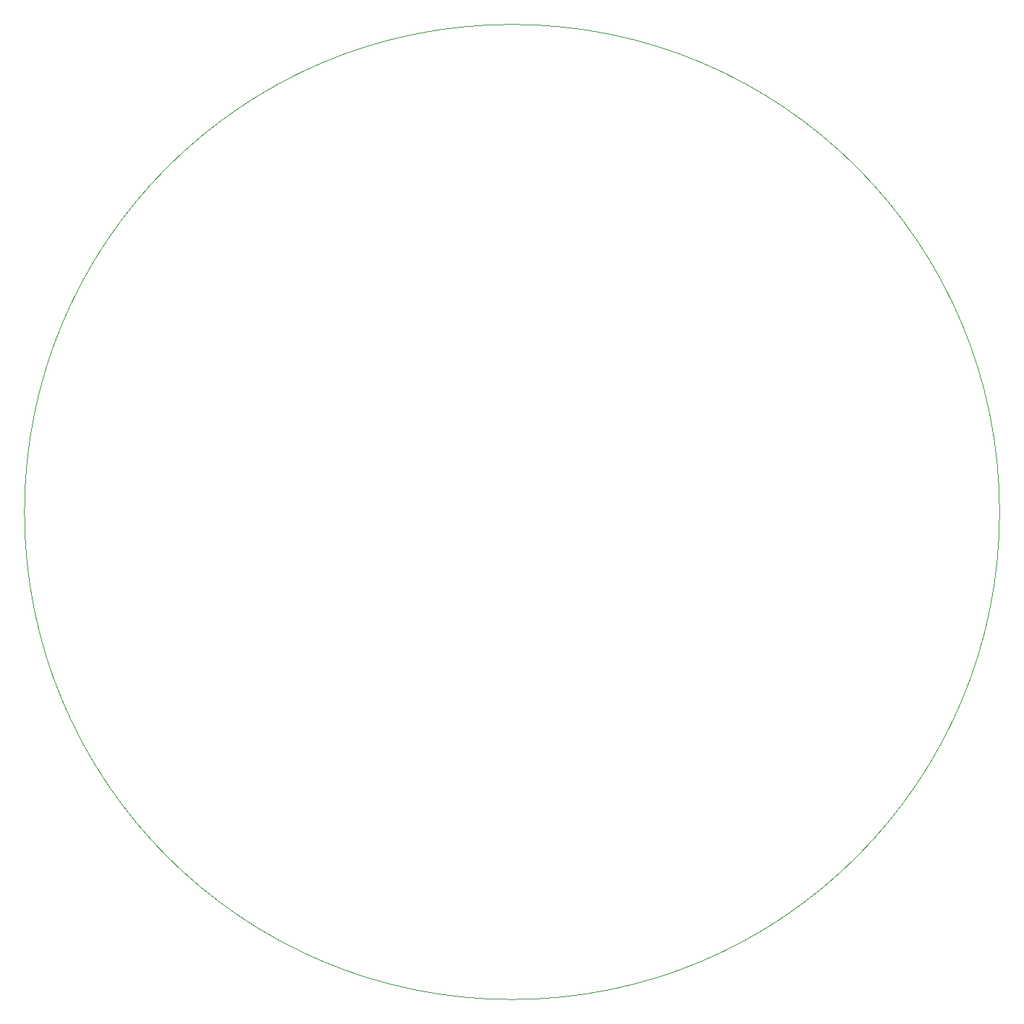
<source format=gbr>
G04 Layer_Color=0*
%FSLAX26Y26*%
%MOIN*%
%TF.FileFunction,Profile,NP*%
%TF.Part,Single*%
G01*
G75*
%TA.AperFunction,Profile*%
%ADD36C,0.001000*%
D36*
X-2244095Y0D02*
G03*
X0Y-2244095I2244095J0D01*
G01*
D02*
G03*
X2244095Y0I0J2244095D01*
G01*
D02*
G03*
X0Y2244095I-2244095J0D01*
G01*
D02*
G03*
X-2244095Y0I0J-2244095D01*
G01*
%TF.MD5,6a29eb89e4e9d3e89d691f4e6ecf2edf*%
M02*

</source>
